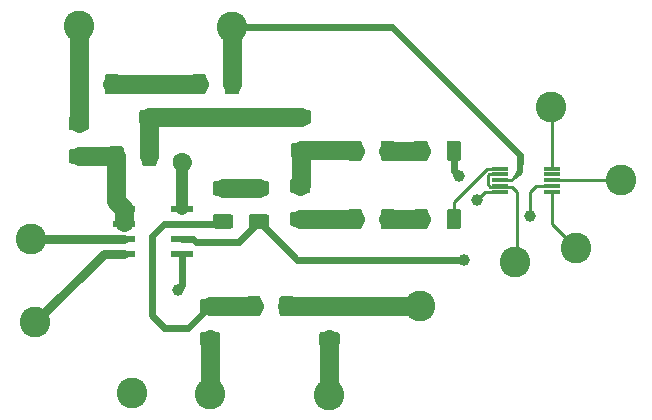
<source format=gbr>
%TF.GenerationSoftware,KiCad,Pcbnew,5.1.6-c6e7f7d~86~ubuntu18.04.1*%
%TF.CreationDate,2020-08-21T18:27:22+12:00*%
%TF.ProjectId,Biasing and 10V Test,42696173-696e-4672-9061-6e6420313056,rev?*%
%TF.SameCoordinates,Original*%
%TF.FileFunction,Copper,L1,Top*%
%TF.FilePolarity,Positive*%
%FSLAX46Y46*%
G04 Gerber Fmt 4.6, Leading zero omitted, Abs format (unit mm)*
G04 Created by KiCad (PCBNEW 5.1.6-c6e7f7d~86~ubuntu18.04.1) date 2020-08-21 18:27:22*
%MOMM*%
%LPD*%
G01*
G04 APERTURE LIST*
%TA.AperFunction,ComponentPad*%
%ADD10C,2.600000*%
%TD*%
%TA.AperFunction,SMDPad,CuDef*%
%ADD11R,1.970000X0.570000*%
%TD*%
%TA.AperFunction,SMDPad,CuDef*%
%ADD12R,1.400000X0.300000*%
%TD*%
%TA.AperFunction,ViaPad*%
%ADD13C,1.000000*%
%TD*%
%TA.AperFunction,ViaPad*%
%ADD14C,1.600000*%
%TD*%
%TA.AperFunction,Conductor*%
%ADD15C,1.600000*%
%TD*%
%TA.AperFunction,Conductor*%
%ADD16C,0.600000*%
%TD*%
%TA.AperFunction,Conductor*%
%ADD17C,0.800000*%
%TD*%
%TA.AperFunction,Conductor*%
%ADD18C,0.250000*%
%TD*%
%TA.AperFunction,Conductor*%
%ADD19C,1.000000*%
%TD*%
%TA.AperFunction,Conductor*%
%ADD20C,0.500000*%
%TD*%
%TA.AperFunction,Conductor*%
%ADD21C,0.300000*%
%TD*%
G04 APERTURE END LIST*
%TO.P,C1,2*%
%TO.N,Net-(C1-Pad2)*%
%TA.AperFunction,SMDPad,CuDef*%
G36*
G01*
X119243000Y-72844500D02*
X119243000Y-74094500D01*
G75*
G02*
X118993000Y-74344500I-250000J0D01*
G01*
X118243000Y-74344500D01*
G75*
G02*
X117993000Y-74094500I0J250000D01*
G01*
X117993000Y-72844500D01*
G75*
G02*
X118243000Y-72594500I250000J0D01*
G01*
X118993000Y-72594500D01*
G75*
G02*
X119243000Y-72844500I0J-250000D01*
G01*
G37*
%TD.AperFunction*%
%TO.P,C1,1*%
%TO.N,Net-(C1-Pad1)*%
%TA.AperFunction,SMDPad,CuDef*%
G36*
G01*
X122043000Y-72844500D02*
X122043000Y-74094500D01*
G75*
G02*
X121793000Y-74344500I-250000J0D01*
G01*
X121043000Y-74344500D01*
G75*
G02*
X120793000Y-74094500I0J250000D01*
G01*
X120793000Y-72844500D01*
G75*
G02*
X121043000Y-72594500I250000J0D01*
G01*
X121793000Y-72594500D01*
G75*
G02*
X122043000Y-72844500I0J-250000D01*
G01*
G37*
%TD.AperFunction*%
%TD*%
%TO.P,C2,1*%
%TO.N,Net-(C2-Pad1)*%
%TA.AperFunction,SMDPad,CuDef*%
G36*
G01*
X133663500Y-85544500D02*
X133663500Y-86794500D01*
G75*
G02*
X133413500Y-87044500I-250000J0D01*
G01*
X132663500Y-87044500D01*
G75*
G02*
X132413500Y-86794500I0J250000D01*
G01*
X132413500Y-85544500D01*
G75*
G02*
X132663500Y-85294500I250000J0D01*
G01*
X133413500Y-85294500D01*
G75*
G02*
X133663500Y-85544500I0J-250000D01*
G01*
G37*
%TD.AperFunction*%
%TO.P,C2,2*%
%TO.N,Net-(C2-Pad2)*%
%TA.AperFunction,SMDPad,CuDef*%
G36*
G01*
X130863500Y-85544500D02*
X130863500Y-86794500D01*
G75*
G02*
X130613500Y-87044500I-250000J0D01*
G01*
X129863500Y-87044500D01*
G75*
G02*
X129613500Y-86794500I0J250000D01*
G01*
X129613500Y-85544500D01*
G75*
G02*
X129863500Y-85294500I250000J0D01*
G01*
X130613500Y-85294500D01*
G75*
G02*
X130863500Y-85544500I0J-250000D01*
G01*
G37*
%TD.AperFunction*%
%TD*%
D10*
%TO.P,J1,1*%
%TO.N,Net-(J1-Pad1)*%
X111379000Y-80454500D03*
%TD*%
%TO.P,J2,1*%
%TO.N,Net-(J2-Pad1)*%
X115443000Y-62420500D03*
%TD*%
%TO.P,J3,1*%
%TO.N,Net-(J3-Pad1)*%
X126555500Y-93599000D03*
%TD*%
%TO.P,J4,1*%
%TO.N,Net-(J4-Pad1)*%
X136652000Y-93662500D03*
%TD*%
%TO.P,J5,1*%
%TO.N,Net-(J5-Pad1)*%
X152400000Y-82423000D03*
%TD*%
%TO.P,J6,1*%
%TO.N,Net-(C2-Pad1)*%
X144335500Y-86169500D03*
%TD*%
%TO.P,J7,1*%
%TO.N,Net-(J7-Pad1)*%
X157543500Y-81216500D03*
%TD*%
%TO.P,J8,1*%
%TO.N,Net-(J8-Pad1)*%
X155448000Y-69278500D03*
%TD*%
%TO.P,J9,1*%
%TO.N,Net-(J9-Pad1)*%
X161353500Y-75501500D03*
%TD*%
%TO.P,J10,1*%
%TO.N,Net-(J10-Pad1)*%
X119951500Y-93535500D03*
%TD*%
%TO.P,R1,1*%
%TO.N,Net-(J2-Pad1)*%
%TA.AperFunction,SMDPad,CuDef*%
G36*
G01*
X114818000Y-70044500D02*
X116068000Y-70044500D01*
G75*
G02*
X116318000Y-70294500I0J-250000D01*
G01*
X116318000Y-71044500D01*
G75*
G02*
X116068000Y-71294500I-250000J0D01*
G01*
X114818000Y-71294500D01*
G75*
G02*
X114568000Y-71044500I0J250000D01*
G01*
X114568000Y-70294500D01*
G75*
G02*
X114818000Y-70044500I250000J0D01*
G01*
G37*
%TD.AperFunction*%
%TO.P,R1,2*%
%TO.N,Net-(C1-Pad2)*%
%TA.AperFunction,SMDPad,CuDef*%
G36*
G01*
X114818000Y-72844500D02*
X116068000Y-72844500D01*
G75*
G02*
X116318000Y-73094500I0J-250000D01*
G01*
X116318000Y-73844500D01*
G75*
G02*
X116068000Y-74094500I-250000J0D01*
G01*
X114818000Y-74094500D01*
G75*
G02*
X114568000Y-73844500I0J250000D01*
G01*
X114568000Y-73094500D01*
G75*
G02*
X114818000Y-72844500I250000J0D01*
G01*
G37*
%TD.AperFunction*%
%TD*%
%TO.P,R2,1*%
%TO.N,Net-(C2-Pad2)*%
%TA.AperFunction,SMDPad,CuDef*%
G36*
G01*
X125930500Y-85538500D02*
X127180500Y-85538500D01*
G75*
G02*
X127430500Y-85788500I0J-250000D01*
G01*
X127430500Y-86538500D01*
G75*
G02*
X127180500Y-86788500I-250000J0D01*
G01*
X125930500Y-86788500D01*
G75*
G02*
X125680500Y-86538500I0J250000D01*
G01*
X125680500Y-85788500D01*
G75*
G02*
X125930500Y-85538500I250000J0D01*
G01*
G37*
%TD.AperFunction*%
%TO.P,R2,2*%
%TO.N,Net-(J3-Pad1)*%
%TA.AperFunction,SMDPad,CuDef*%
G36*
G01*
X125930500Y-88338500D02*
X127180500Y-88338500D01*
G75*
G02*
X127430500Y-88588500I0J-250000D01*
G01*
X127430500Y-89338500D01*
G75*
G02*
X127180500Y-89588500I-250000J0D01*
G01*
X125930500Y-89588500D01*
G75*
G02*
X125680500Y-89338500I0J250000D01*
G01*
X125680500Y-88588500D01*
G75*
G02*
X125930500Y-88338500I250000J0D01*
G01*
G37*
%TD.AperFunction*%
%TD*%
%TO.P,R3,2*%
%TO.N,Net-(C1-Pad1)*%
%TA.AperFunction,SMDPad,CuDef*%
G36*
G01*
X120787000Y-69548500D02*
X122037000Y-69548500D01*
G75*
G02*
X122287000Y-69798500I0J-250000D01*
G01*
X122287000Y-70548500D01*
G75*
G02*
X122037000Y-70798500I-250000J0D01*
G01*
X120787000Y-70798500D01*
G75*
G02*
X120537000Y-70548500I0J250000D01*
G01*
X120537000Y-69798500D01*
G75*
G02*
X120787000Y-69548500I250000J0D01*
G01*
G37*
%TD.AperFunction*%
%TO.P,R3,1*%
%TO.N,Net-(R3-Pad1)*%
%TA.AperFunction,SMDPad,CuDef*%
G36*
G01*
X120787000Y-66748500D02*
X122037000Y-66748500D01*
G75*
G02*
X122287000Y-66998500I0J-250000D01*
G01*
X122287000Y-67748500D01*
G75*
G02*
X122037000Y-67998500I-250000J0D01*
G01*
X120787000Y-67998500D01*
G75*
G02*
X120537000Y-67748500I0J250000D01*
G01*
X120537000Y-66998500D01*
G75*
G02*
X120787000Y-66748500I250000J0D01*
G01*
G37*
%TD.AperFunction*%
%TD*%
%TO.P,R4,1*%
%TO.N,Net-(R3-Pad1)*%
%TA.AperFunction,SMDPad,CuDef*%
G36*
G01*
X124978000Y-67998500D02*
X124978000Y-66748500D01*
G75*
G02*
X125228000Y-66498500I250000J0D01*
G01*
X125978000Y-66498500D01*
G75*
G02*
X126228000Y-66748500I0J-250000D01*
G01*
X126228000Y-67998500D01*
G75*
G02*
X125978000Y-68248500I-250000J0D01*
G01*
X125228000Y-68248500D01*
G75*
G02*
X124978000Y-67998500I0J250000D01*
G01*
G37*
%TD.AperFunction*%
%TO.P,R4,2*%
%TO.N,Net-(J12-Pad1)*%
%TA.AperFunction,SMDPad,CuDef*%
G36*
G01*
X127778000Y-67998500D02*
X127778000Y-66748500D01*
G75*
G02*
X128028000Y-66498500I250000J0D01*
G01*
X128778000Y-66498500D01*
G75*
G02*
X129028000Y-66748500I0J-250000D01*
G01*
X129028000Y-67998500D01*
G75*
G02*
X128778000Y-68248500I-250000J0D01*
G01*
X128028000Y-68248500D01*
G75*
G02*
X127778000Y-67998500I0J250000D01*
G01*
G37*
%TD.AperFunction*%
%TD*%
%TO.P,R5,1*%
%TO.N,Net-(C2-Pad1)*%
%TA.AperFunction,SMDPad,CuDef*%
G36*
G01*
X136027000Y-85544500D02*
X137277000Y-85544500D01*
G75*
G02*
X137527000Y-85794500I0J-250000D01*
G01*
X137527000Y-86544500D01*
G75*
G02*
X137277000Y-86794500I-250000J0D01*
G01*
X136027000Y-86794500D01*
G75*
G02*
X135777000Y-86544500I0J250000D01*
G01*
X135777000Y-85794500D01*
G75*
G02*
X136027000Y-85544500I250000J0D01*
G01*
G37*
%TD.AperFunction*%
%TO.P,R5,2*%
%TO.N,Net-(J4-Pad1)*%
%TA.AperFunction,SMDPad,CuDef*%
G36*
G01*
X136027000Y-88344500D02*
X137277000Y-88344500D01*
G75*
G02*
X137527000Y-88594500I0J-250000D01*
G01*
X137527000Y-89344500D01*
G75*
G02*
X137277000Y-89594500I-250000J0D01*
G01*
X136027000Y-89594500D01*
G75*
G02*
X135777000Y-89344500I0J250000D01*
G01*
X135777000Y-88594500D01*
G75*
G02*
X136027000Y-88344500I250000J0D01*
G01*
G37*
%TD.AperFunction*%
%TD*%
%TO.P,R6,1*%
%TO.N,Net-(R6-Pad1)*%
%TA.AperFunction,SMDPad,CuDef*%
G36*
G01*
X134864000Y-73592500D02*
X133614000Y-73592500D01*
G75*
G02*
X133364000Y-73342500I0J250000D01*
G01*
X133364000Y-72592500D01*
G75*
G02*
X133614000Y-72342500I250000J0D01*
G01*
X134864000Y-72342500D01*
G75*
G02*
X135114000Y-72592500I0J-250000D01*
G01*
X135114000Y-73342500D01*
G75*
G02*
X134864000Y-73592500I-250000J0D01*
G01*
G37*
%TD.AperFunction*%
%TO.P,R6,2*%
%TO.N,Net-(C1-Pad1)*%
%TA.AperFunction,SMDPad,CuDef*%
G36*
G01*
X134864000Y-70792500D02*
X133614000Y-70792500D01*
G75*
G02*
X133364000Y-70542500I0J250000D01*
G01*
X133364000Y-69792500D01*
G75*
G02*
X133614000Y-69542500I250000J0D01*
G01*
X134864000Y-69542500D01*
G75*
G02*
X135114000Y-69792500I0J-250000D01*
G01*
X135114000Y-70542500D01*
G75*
G02*
X134864000Y-70792500I-250000J0D01*
G01*
G37*
%TD.AperFunction*%
%TD*%
%TO.P,R7,1*%
%TO.N,Net-(R10-Pad2)*%
%TA.AperFunction,SMDPad,CuDef*%
G36*
G01*
X134800500Y-79431500D02*
X133550500Y-79431500D01*
G75*
G02*
X133300500Y-79181500I0J250000D01*
G01*
X133300500Y-78431500D01*
G75*
G02*
X133550500Y-78181500I250000J0D01*
G01*
X134800500Y-78181500D01*
G75*
G02*
X135050500Y-78431500I0J-250000D01*
G01*
X135050500Y-79181500D01*
G75*
G02*
X134800500Y-79431500I-250000J0D01*
G01*
G37*
%TD.AperFunction*%
%TO.P,R7,2*%
%TO.N,Net-(R6-Pad1)*%
%TA.AperFunction,SMDPad,CuDef*%
G36*
G01*
X134800500Y-76631500D02*
X133550500Y-76631500D01*
G75*
G02*
X133300500Y-76381500I0J250000D01*
G01*
X133300500Y-75631500D01*
G75*
G02*
X133550500Y-75381500I250000J0D01*
G01*
X134800500Y-75381500D01*
G75*
G02*
X135050500Y-75631500I0J-250000D01*
G01*
X135050500Y-76381500D01*
G75*
G02*
X134800500Y-76631500I-250000J0D01*
G01*
G37*
%TD.AperFunction*%
%TD*%
%TO.P,R8,2*%
%TO.N,Net-(J2-Pad1)*%
%TA.AperFunction,SMDPad,CuDef*%
G36*
G01*
X116068000Y-66748500D02*
X116068000Y-67998500D01*
G75*
G02*
X115818000Y-68248500I-250000J0D01*
G01*
X115068000Y-68248500D01*
G75*
G02*
X114818000Y-67998500I0J250000D01*
G01*
X114818000Y-66748500D01*
G75*
G02*
X115068000Y-66498500I250000J0D01*
G01*
X115818000Y-66498500D01*
G75*
G02*
X116068000Y-66748500I0J-250000D01*
G01*
G37*
%TD.AperFunction*%
%TO.P,R8,1*%
%TO.N,Net-(R3-Pad1)*%
%TA.AperFunction,SMDPad,CuDef*%
G36*
G01*
X118868000Y-66748500D02*
X118868000Y-67998500D01*
G75*
G02*
X118618000Y-68248500I-250000J0D01*
G01*
X117868000Y-68248500D01*
G75*
G02*
X117618000Y-67998500I0J250000D01*
G01*
X117618000Y-66748500D01*
G75*
G02*
X117868000Y-66498500I250000J0D01*
G01*
X118618000Y-66498500D01*
G75*
G02*
X118868000Y-66748500I0J-250000D01*
G01*
G37*
%TD.AperFunction*%
%TD*%
%TO.P,R9,2*%
%TO.N,Net-(R6-Pad1)*%
%TA.AperFunction,SMDPad,CuDef*%
G36*
G01*
X139430000Y-72400000D02*
X139430000Y-73650000D01*
G75*
G02*
X139180000Y-73900000I-250000J0D01*
G01*
X138430000Y-73900000D01*
G75*
G02*
X138180000Y-73650000I0J250000D01*
G01*
X138180000Y-72400000D01*
G75*
G02*
X138430000Y-72150000I250000J0D01*
G01*
X139180000Y-72150000D01*
G75*
G02*
X139430000Y-72400000I0J-250000D01*
G01*
G37*
%TD.AperFunction*%
%TO.P,R9,1*%
%TO.N,Net-(R11-Pad2)*%
%TA.AperFunction,SMDPad,CuDef*%
G36*
G01*
X142230000Y-72400000D02*
X142230000Y-73650000D01*
G75*
G02*
X141980000Y-73900000I-250000J0D01*
G01*
X141230000Y-73900000D01*
G75*
G02*
X140980000Y-73650000I0J250000D01*
G01*
X140980000Y-72400000D01*
G75*
G02*
X141230000Y-72150000I250000J0D01*
G01*
X141980000Y-72150000D01*
G75*
G02*
X142230000Y-72400000I0J-250000D01*
G01*
G37*
%TD.AperFunction*%
%TD*%
%TO.P,R10,2*%
%TO.N,Net-(R10-Pad2)*%
%TA.AperFunction,SMDPad,CuDef*%
G36*
G01*
X139436000Y-78178500D02*
X139436000Y-79428500D01*
G75*
G02*
X139186000Y-79678500I-250000J0D01*
G01*
X138436000Y-79678500D01*
G75*
G02*
X138186000Y-79428500I0J250000D01*
G01*
X138186000Y-78178500D01*
G75*
G02*
X138436000Y-77928500I250000J0D01*
G01*
X139186000Y-77928500D01*
G75*
G02*
X139436000Y-78178500I0J-250000D01*
G01*
G37*
%TD.AperFunction*%
%TO.P,R10,1*%
%TO.N,Net-(R10-Pad1)*%
%TA.AperFunction,SMDPad,CuDef*%
G36*
G01*
X142236000Y-78178500D02*
X142236000Y-79428500D01*
G75*
G02*
X141986000Y-79678500I-250000J0D01*
G01*
X141236000Y-79678500D01*
G75*
G02*
X140986000Y-79428500I0J250000D01*
G01*
X140986000Y-78178500D01*
G75*
G02*
X141236000Y-77928500I250000J0D01*
G01*
X141986000Y-77928500D01*
G75*
G02*
X142236000Y-78178500I0J-250000D01*
G01*
G37*
%TD.AperFunction*%
%TD*%
%TO.P,R11,2*%
%TO.N,Net-(R11-Pad2)*%
%TA.AperFunction,SMDPad,CuDef*%
G36*
G01*
X145018000Y-72400000D02*
X145018000Y-73650000D01*
G75*
G02*
X144768000Y-73900000I-250000J0D01*
G01*
X144018000Y-73900000D01*
G75*
G02*
X143768000Y-73650000I0J250000D01*
G01*
X143768000Y-72400000D01*
G75*
G02*
X144018000Y-72150000I250000J0D01*
G01*
X144768000Y-72150000D01*
G75*
G02*
X145018000Y-72400000I0J-250000D01*
G01*
G37*
%TD.AperFunction*%
%TO.P,R11,1*%
%TO.N,Net-(R11-Pad1)*%
%TA.AperFunction,SMDPad,CuDef*%
G36*
G01*
X147818000Y-72400000D02*
X147818000Y-73650000D01*
G75*
G02*
X147568000Y-73900000I-250000J0D01*
G01*
X146818000Y-73900000D01*
G75*
G02*
X146568000Y-73650000I0J250000D01*
G01*
X146568000Y-72400000D01*
G75*
G02*
X146818000Y-72150000I250000J0D01*
G01*
X147568000Y-72150000D01*
G75*
G02*
X147818000Y-72400000I0J-250000D01*
G01*
G37*
%TD.AperFunction*%
%TD*%
%TO.P,R12,1*%
%TO.N,Net-(R12-Pad1)*%
%TA.AperFunction,SMDPad,CuDef*%
G36*
G01*
X147818000Y-78178500D02*
X147818000Y-79428500D01*
G75*
G02*
X147568000Y-79678500I-250000J0D01*
G01*
X146818000Y-79678500D01*
G75*
G02*
X146568000Y-79428500I0J250000D01*
G01*
X146568000Y-78178500D01*
G75*
G02*
X146818000Y-77928500I250000J0D01*
G01*
X147568000Y-77928500D01*
G75*
G02*
X147818000Y-78178500I0J-250000D01*
G01*
G37*
%TD.AperFunction*%
%TO.P,R12,2*%
%TO.N,Net-(R10-Pad1)*%
%TA.AperFunction,SMDPad,CuDef*%
G36*
G01*
X145018000Y-78178500D02*
X145018000Y-79428500D01*
G75*
G02*
X144768000Y-79678500I-250000J0D01*
G01*
X144018000Y-79678500D01*
G75*
G02*
X143768000Y-79428500I0J250000D01*
G01*
X143768000Y-78178500D01*
G75*
G02*
X144018000Y-77928500I250000J0D01*
G01*
X144768000Y-77928500D01*
G75*
G02*
X145018000Y-78178500I0J-250000D01*
G01*
G37*
%TD.AperFunction*%
%TD*%
%TO.P,R13,2*%
%TO.N,Net-(C2-Pad2)*%
%TA.AperFunction,SMDPad,CuDef*%
G36*
G01*
X127010000Y-78372000D02*
X128260000Y-78372000D01*
G75*
G02*
X128510000Y-78622000I0J-250000D01*
G01*
X128510000Y-79372000D01*
G75*
G02*
X128260000Y-79622000I-250000J0D01*
G01*
X127010000Y-79622000D01*
G75*
G02*
X126760000Y-79372000I0J250000D01*
G01*
X126760000Y-78622000D01*
G75*
G02*
X127010000Y-78372000I250000J0D01*
G01*
G37*
%TD.AperFunction*%
%TO.P,R13,1*%
%TO.N,Net-(R13-Pad1)*%
%TA.AperFunction,SMDPad,CuDef*%
G36*
G01*
X127010000Y-75572000D02*
X128260000Y-75572000D01*
G75*
G02*
X128510000Y-75822000I0J-250000D01*
G01*
X128510000Y-76572000D01*
G75*
G02*
X128260000Y-76822000I-250000J0D01*
G01*
X127010000Y-76822000D01*
G75*
G02*
X126760000Y-76572000I0J250000D01*
G01*
X126760000Y-75822000D01*
G75*
G02*
X127010000Y-75572000I250000J0D01*
G01*
G37*
%TD.AperFunction*%
%TD*%
%TO.P,R14,2*%
%TO.N,Net-(R13-Pad1)*%
%TA.AperFunction,SMDPad,CuDef*%
G36*
G01*
X131308000Y-76819000D02*
X130058000Y-76819000D01*
G75*
G02*
X129808000Y-76569000I0J250000D01*
G01*
X129808000Y-75819000D01*
G75*
G02*
X130058000Y-75569000I250000J0D01*
G01*
X131308000Y-75569000D01*
G75*
G02*
X131558000Y-75819000I0J-250000D01*
G01*
X131558000Y-76569000D01*
G75*
G02*
X131308000Y-76819000I-250000J0D01*
G01*
G37*
%TD.AperFunction*%
%TO.P,R14,1*%
%TO.N,Net-(R14-Pad1)*%
%TA.AperFunction,SMDPad,CuDef*%
G36*
G01*
X131308000Y-79619000D02*
X130058000Y-79619000D01*
G75*
G02*
X129808000Y-79369000I0J250000D01*
G01*
X129808000Y-78619000D01*
G75*
G02*
X130058000Y-78369000I250000J0D01*
G01*
X131308000Y-78369000D01*
G75*
G02*
X131558000Y-78619000I0J-250000D01*
G01*
X131558000Y-79369000D01*
G75*
G02*
X131308000Y-79619000I-250000J0D01*
G01*
G37*
%TD.AperFunction*%
%TD*%
D11*
%TO.P,U1,1*%
%TO.N,Net-(C1-Pad2)*%
X119254500Y-77914500D03*
%TO.P,U1,2*%
X119254500Y-79184500D03*
%TO.P,U1,3*%
%TO.N,Net-(J1-Pad1)*%
X119254500Y-80454500D03*
%TO.P,U1,4*%
%TO.N,Net-(J11-Pad1)*%
X119254500Y-81724500D03*
%TO.P,U1,5*%
%TO.N,Net-(J10-Pad1)*%
X124204500Y-81724500D03*
%TO.P,U1,6*%
%TO.N,Net-(R14-Pad1)*%
X124204500Y-80454500D03*
%TO.P,U1,7*%
%TO.N,Net-(C2-Pad2)*%
X124204500Y-79184500D03*
%TO.P,U1,8*%
%TO.N,Net-(J12-Pad1)*%
X124204500Y-77914500D03*
%TD*%
D12*
%TO.P,U2,1*%
%TO.N,Net-(J7-Pad1)*%
X155511500Y-76517500D03*
%TO.P,U2,2*%
%TO.N,Net-(R14-Pad1)*%
X155511500Y-76017500D03*
%TO.P,U2,3*%
%TO.N,Net-(J9-Pad1)*%
X155511500Y-75517500D03*
%TO.P,U2,4*%
%TO.N,Net-(R14-Pad1)*%
X155511500Y-75017500D03*
%TO.P,U2,5*%
%TO.N,Net-(J8-Pad1)*%
X155511500Y-74517500D03*
%TO.P,U2,6*%
%TO.N,Net-(R12-Pad1)*%
X151111500Y-74517500D03*
%TO.P,U2,7*%
%TO.N,Net-(J5-Pad1)*%
X151111500Y-75017500D03*
%TO.P,U2,8*%
%TO.N,Net-(J12-Pad1)*%
X151111500Y-75517500D03*
%TO.P,U2,9*%
%TO.N,Net-(J5-Pad1)*%
X151111500Y-76017500D03*
%TO.P,U2,10*%
%TO.N,Net-(R11-Pad1)*%
X151111500Y-76517500D03*
%TD*%
D10*
%TO.P,J11,1*%
%TO.N,Net-(J11-Pad1)*%
X111760000Y-87503000D03*
%TD*%
%TO.P,J12,1*%
%TO.N,Net-(J12-Pad1)*%
X128397000Y-62547500D03*
%TD*%
D13*
%TO.N,Net-(J10-Pad1)*%
X123825000Y-84772500D03*
%TO.N,Net-(R11-Pad1)*%
X147637500Y-75184000D03*
X149161500Y-77152500D03*
%TO.N,Net-(R14-Pad1)*%
X153606500Y-78549500D03*
X148018500Y-82232500D03*
D14*
%TO.N,Net-(J12-Pad1)*%
X124206000Y-73977500D03*
%TD*%
D15*
%TO.N,Net-(C1-Pad2)*%
X119254500Y-77914500D02*
X119254500Y-79054490D01*
X118618000Y-77278000D02*
X119254500Y-77914500D01*
X118618000Y-73469500D02*
X118618000Y-77278000D01*
X118618000Y-73469500D02*
X115443000Y-73469500D01*
%TO.N,Net-(C1-Pad1)*%
X121418000Y-70179500D02*
X121412000Y-70173500D01*
X121418000Y-73469500D02*
X121418000Y-70179500D01*
X134233000Y-70173500D02*
X134239000Y-70167500D01*
X121412000Y-70173500D02*
X134233000Y-70173500D01*
%TO.N,Net-(C2-Pad1)*%
X133038500Y-86169500D02*
X136652000Y-86169500D01*
X136652000Y-86169500D02*
X144335500Y-86169500D01*
D16*
%TO.N,Net-(C2-Pad2)*%
X127447500Y-79184500D02*
X127635000Y-78997000D01*
X124204500Y-79184500D02*
X127447500Y-79184500D01*
X122619500Y-79184500D02*
X121602500Y-80201500D01*
X124204500Y-79184500D02*
X122619500Y-79184500D01*
X121602500Y-80201500D02*
X121602500Y-86931500D01*
X121602500Y-86931500D02*
X122682000Y-88011000D01*
X124708000Y-88011000D02*
X126555500Y-86163500D01*
X122682000Y-88011000D02*
X124708000Y-88011000D01*
D15*
X130232500Y-86163500D02*
X130238500Y-86169500D01*
X126555500Y-86163500D02*
X130232500Y-86163500D01*
D17*
%TO.N,Net-(J1-Pad1)*%
X119254500Y-80454500D02*
X111379000Y-80454500D01*
D15*
%TO.N,Net-(J2-Pad1)*%
X115443000Y-70669500D02*
X115443000Y-62420500D01*
%TO.N,Net-(J3-Pad1)*%
X126555500Y-88963500D02*
X126555500Y-93599000D01*
%TO.N,Net-(J4-Pad1)*%
X136652000Y-88969500D02*
X136652000Y-93662500D01*
D18*
%TO.N,Net-(J5-Pad1)*%
X150161500Y-75017500D02*
X150086499Y-75092501D01*
X150086499Y-75092501D02*
X150086499Y-75854999D01*
X151111500Y-75017500D02*
X150161500Y-75017500D01*
X150086499Y-75854999D02*
X150273999Y-76042499D01*
X150273999Y-76042499D02*
X152071501Y-76042499D01*
X152071501Y-76042499D02*
X152527000Y-76497998D01*
X152527000Y-82296000D02*
X152400000Y-82423000D01*
X152527000Y-76497998D02*
X152527000Y-82296000D01*
%TO.N,Net-(J7-Pad1)*%
X155511500Y-79184500D02*
X157543500Y-81216500D01*
X155511500Y-76517500D02*
X155511500Y-79184500D01*
%TO.N,Net-(J8-Pad1)*%
X155511500Y-69342000D02*
X155448000Y-69278500D01*
X155511500Y-74517500D02*
X155511500Y-69342000D01*
%TO.N,Net-(J9-Pad1)*%
X156051500Y-75501500D02*
X161353500Y-75501500D01*
X156035500Y-75517500D02*
X156051500Y-75501500D01*
X155511500Y-75517500D02*
X156035500Y-75517500D01*
D16*
%TO.N,Net-(J10-Pad1)*%
X124204500Y-81724500D02*
X124204500Y-84393000D01*
X124204500Y-84393000D02*
X123825000Y-84772500D01*
X123825000Y-84772500D02*
X123825000Y-84772500D01*
D15*
%TO.N,Net-(R3-Pad1)*%
X118243000Y-67373500D02*
X125603000Y-67373500D01*
%TO.N,Net-(R6-Pad1)*%
X134239000Y-75943000D02*
X134175500Y-76006500D01*
X134239000Y-72967500D02*
X134239000Y-75943000D01*
X138747500Y-72967500D02*
X138805000Y-73025000D01*
X134239000Y-72967500D02*
X138747500Y-72967500D01*
%TO.N,Net-(R10-Pad2)*%
X134178500Y-78803500D02*
X134175500Y-78806500D01*
X138811000Y-78803500D02*
X134178500Y-78803500D01*
%TO.N,Net-(R11-Pad2)*%
X141605000Y-73025000D02*
X144393000Y-73025000D01*
%TO.N,Net-(R10-Pad1)*%
X141611000Y-78803500D02*
X144393000Y-78803500D01*
D16*
%TO.N,Net-(R11-Pad1)*%
X147193000Y-73025000D02*
X147193000Y-74739500D01*
X147193000Y-74739500D02*
X147637500Y-75184000D01*
X147637500Y-75184000D02*
X147637500Y-75184000D01*
D18*
X149796500Y-76517500D02*
X149161500Y-77152500D01*
X151111500Y-76517500D02*
X149796500Y-76517500D01*
%TO.N,Net-(R12-Pad1)*%
X150025090Y-74517500D02*
X147193000Y-77349590D01*
X147193000Y-77349590D02*
X147193000Y-78803500D01*
X151111500Y-74517500D02*
X150025090Y-74517500D01*
D15*
%TO.N,Net-(R13-Pad1)*%
X130680000Y-76197000D02*
X130683000Y-76194000D01*
X127635000Y-76197000D02*
X130680000Y-76197000D01*
D16*
%TO.N,Net-(R14-Pad1)*%
X125104502Y-80454500D02*
X125358502Y-80708500D01*
X124204500Y-80454500D02*
X125104502Y-80454500D01*
X128968500Y-80708500D02*
X130683000Y-78994000D01*
X125358502Y-80708500D02*
X128968500Y-80708500D01*
D18*
X154106500Y-76017500D02*
X153606500Y-76517500D01*
X155511500Y-76017500D02*
X154106500Y-76017500D01*
X153606500Y-76517500D02*
X153606500Y-78549500D01*
X153606500Y-78549500D02*
X153606500Y-78549500D01*
D16*
X133921500Y-82232500D02*
X130683000Y-78994000D01*
X148018500Y-82232500D02*
X133921500Y-82232500D01*
D17*
%TO.N,Net-(J11-Pad1)*%
X117538500Y-81724500D02*
X111760000Y-87503000D01*
X119254500Y-81724500D02*
X117538500Y-81724500D01*
D15*
%TO.N,Net-(J12-Pad1)*%
X128397000Y-67367500D02*
X128403000Y-67373500D01*
X128397000Y-62547500D02*
X128397000Y-67367500D01*
X124206000Y-73977500D02*
X124206000Y-73977500D01*
D19*
X124206000Y-77913000D02*
X124204500Y-77914500D01*
X124206000Y-73977500D02*
X124206000Y-77913000D01*
D18*
X151336500Y-75517500D02*
X151352500Y-75501500D01*
X151111500Y-75517500D02*
X151336500Y-75517500D01*
X151111500Y-75517500D02*
X152066500Y-75517500D01*
D16*
X152781000Y-74041000D02*
X152781000Y-73342500D01*
X141986000Y-62547500D02*
X128397000Y-62547500D01*
X152781000Y-73342500D02*
X141986000Y-62547500D01*
D20*
X152781000Y-74041000D02*
X152781000Y-74612500D01*
D21*
X152781000Y-74612500D02*
X152781000Y-74803000D01*
X152622250Y-74961750D02*
X152495250Y-75088750D01*
D20*
X152781000Y-74803000D02*
X152622250Y-74961750D01*
X152781000Y-74549000D02*
X152781000Y-74803000D01*
D21*
X152781000Y-74041000D02*
X152781000Y-74549000D01*
X152781000Y-74803000D02*
X152336500Y-75247500D01*
D18*
X152066500Y-75517500D02*
X152336500Y-75247500D01*
X152336500Y-75247500D02*
X152495250Y-75088750D01*
%TD*%
M02*

</source>
